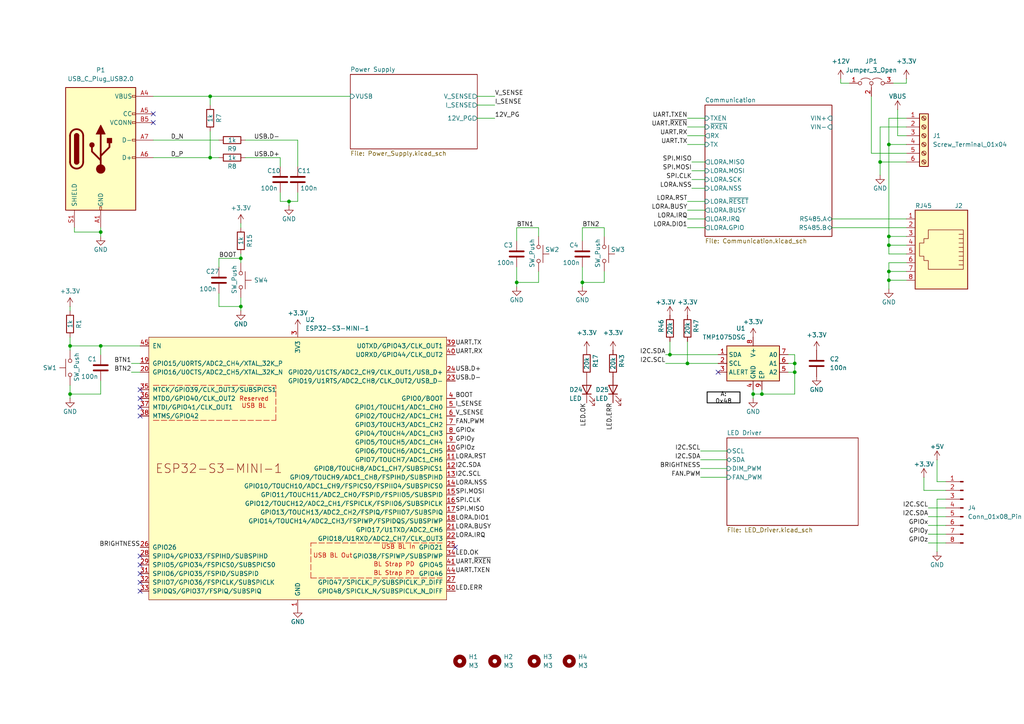
<source format=kicad_sch>
(kicad_sch (version 20231120) (generator "eeschema") (generator_version "8.0")
  (paper "A4")
  (title_block (title "Open-Shot-Clock") (date "2024-11-11") (rev "00") (company "Ravenspark") (comment 1 "Prototype"))
  (lib_symbols
    (symbol "Connector:Conn_01x08_Pin" (pin_names (offset 1.016) hide)
      (property "Reference" "J" (at 0 10.16 0))
      (property "Value" "Conn_01x08_Pin" (at 0 -12.7 0))
      (symbol "Conn_01x08_Pin_1_1"
        (polyline (pts (xy 1.27 -10.16) (xy 0.8636 -10.16)) (stroke (width 0.1524)))
        (polyline (pts (xy 1.27 -7.62) (xy 0.8636 -7.62)) (stroke (width 0.1524)))
        (polyline (pts (xy 1.27 -5.08) (xy 0.8636 -5.08)) (stroke (width 0.1524)))
        (polyline (pts (xy 1.27 -2.54) (xy 0.8636 -2.54)) (stroke (width 0.1524)))
        (polyline (pts (xy 1.27 0) (xy 0.8636 0)) (stroke (width 0.1524)))
        (polyline (pts (xy 1.27 2.54) (xy 0.8636 2.54)) (stroke (width 0.1524)))
        (polyline (pts (xy 1.27 5.08) (xy 0.8636 5.08)) (stroke (width 0.1524)))
        (polyline (pts (xy 1.27 7.62) (xy 0.8636 7.62)) (stroke (width 0.1524)))
        (rectangle (start 0.8636 -10.033) (end 0 -10.287) (stroke (width 0.1524)) (fill (type outline)))
        (rectangle (start 0.8636 -7.493) (end 0 -7.747) (stroke (width 0.1524)) (fill (type outline)))
        (rectangle (start 0.8636 -4.953) (end 0 -5.207) (stroke (width 0.1524)) (fill (type outline)))
        (rectangle (start 0.8636 -2.413) (end 0 -2.667) (stroke (width 0.1524)) (fill (type outline)))
        (rectangle (start 0.8636 0.127) (end 0 -0.127) (stroke (width 0.1524)) (fill (type outline)))
        (rectangle (start 0.8636 2.667) (end 0 2.413) (stroke (width 0.1524)) (fill (type outline)))
        (rectangle (start 0.8636 5.207) (end 0 4.953) (stroke (width 0.1524)) (fill (type outline)))
        (rectangle (start 0.8636 7.747) (end 0 7.493) (stroke (width 0.1524)) (fill (type outline)))
        (pin passive line (at 5.08 7.62 180) (length 3.81) (name "Pin_1") (number "1"))
        (pin passive line (at 5.08 5.08 180) (length 3.81) (name "Pin_2") (number "2"))
        (pin passive line (at 5.08 2.54 180) (length 3.81) (name "Pin_3") (number "3"))
        (pin passive line (at 5.08 0 180) (length 3.81) (name "Pin_4") (number "4"))
        (pin passive line (at 5.08 -2.54 180) (length 3.81) (name "Pin_5") (number "5"))
        (pin passive line (at 5.08 -5.08 180) (length 3.81) (name "Pin_6") (number "6"))
        (pin passive line (at 5.08 -7.62 180) (length 3.81) (name "Pin_7") (number "7"))
        (pin passive line (at 5.08 -10.16 180) (length 3.81) (name "Pin_8") (number "8"))
      )
    )
    (symbol "Connector:RJ45" (pin_names (offset 1.016))
      (property "Reference" "J" (at -5.08 13.97 0))
      (property "Value" "RJ45" (at 2.54 13.97 0))
      (symbol "RJ45_0_1"
        (polyline (pts (xy -5.08 4.445) (xy -6.35 4.445)))
        (polyline (pts (xy -5.08 5.715) (xy -6.35 5.715)))
        (polyline (pts (xy -6.35 -3.175) (xy -5.08 -3.175) (xy -5.08 -3.175)))
        (polyline (pts (xy -6.35 -1.905) (xy -5.08 -1.905) (xy -5.08 -1.905)))
        (polyline (pts (xy -6.35 -0.635) (xy -5.08 -0.635) (xy -5.08 -0.635)))
        (polyline (pts (xy -6.35 0.635) (xy -5.08 0.635) (xy -5.08 0.635)))
        (polyline (pts (xy -6.35 1.905) (xy -5.08 1.905) (xy -5.08 1.905)))
        (polyline (pts (xy -5.08 3.175) (xy -6.35 3.175) (xy -6.35 3.175)))
        (polyline (pts (xy -6.35 -4.445) (xy -6.35 6.985) (xy 3.81 6.985) (xy 3.81 4.445) (xy 5.08 4.445) (xy 5.08 3.175) (xy 6.35 3.175) (xy 6.35 -0.635) (xy 5.08 -0.635) (xy 5.08 -1.905) (xy 3.81 -1.905) (xy 3.81 -4.445) (xy -6.35 -4.445) (xy -6.35 -4.445)))
        (rectangle (start 7.62 12.7) (end -7.62 -10.16) (stroke (width 0.254)) (fill (type background)))
      )
      (symbol "RJ45_1_1"
        (pin passive line (at 10.16 -7.62 180) (length 2.54) (name "~") (number "1"))
        (pin passive line (at 10.16 -5.08 180) (length 2.54) (name "~") (number "2"))
        (pin passive line (at 10.16 -2.54 180) (length 2.54) (name "~") (number "3"))
        (pin passive line (at 10.16 0 180) (length 2.54) (name "~") (number "4"))
        (pin passive line (at 10.16 2.54 180) (length 2.54) (name "~") (number "5"))
        (pin passive line (at 10.16 5.08 180) (length 2.54) (name "~") (number "6"))
        (pin passive line (at 10.16 7.62 180) (length 2.54) (name "~") (number "7"))
        (pin passive line (at 10.16 10.16 180) (length 2.54) (name "~") (number "8"))
      )
    )
    (symbol "Connector:Screw_Terminal_01x06" (pin_names (offset 1.016) hide)
      (property "Reference" "J" (at 0 7.62 0))
      (property "Value" "Screw_Terminal_01x06" (at 0 -10.16 0))
      (symbol "Screw_Terminal_01x06_1_1"
        (rectangle (start -1.27 6.35) (end 1.27 -8.89) (stroke (width 0.254)) (fill (type background)))
        (circle (center 0 -7.62) (radius 0.635) (stroke (width 0.1524)))
        (circle (center 0 -5.08) (radius 0.635) (stroke (width 0.1524)))
        (circle (center 0 -2.54) (radius 0.635) (stroke (width 0.1524)))
        (polyline (pts (xy -0.5334 -7.2898) (xy 0.3302 -8.128)) (stroke (width 0.1524)))
        (polyline (pts (xy -0.5334 -4.7498) (xy 0.3302 -5.588)) (stroke (width 0.1524)))
        (polyline (pts (xy -0.5334 -2.2098) (xy 0.3302 -3.048)) (stroke (width 0.1524)))
        (polyline (pts (xy -0.5334 0.3302) (xy 0.3302 -0.508)) (stroke (width 0.1524)))
        (polyline (pts (xy -0.5334 2.8702) (xy 0.3302 2.032)) (stroke (width 0.1524)))
        (polyline (pts (xy -0.5334 5.4102) (xy 0.3302 4.572)) (stroke (width 0.1524)))
        (polyline (pts (xy -0.3556 -7.112) (xy 0.508 -7.9502)) (stroke (width 0.1524)))
        (polyline (pts (xy -0.3556 -4.572) (xy 0.508 -5.4102)) (stroke (width 0.1524)))
        (polyline (pts (xy -0.3556 -2.032) (xy 0.508 -2.8702)) (stroke (width 0.1524)))
        (polyline (pts (xy -0.3556 0.508) (xy 0.508 -0.3302)) (stroke (width 0.1524)))
        (polyline (pts (xy -0.3556 3.048) (xy 0.508 2.2098)) (stroke (width 0.1524)))
        (polyline (pts (xy -0.3556 5.588) (xy 0.508 4.7498)) (stroke (width 0.1524)))
        (circle (center 0 0) (radius 0.635) (stroke (width 0.1524)))
        (circle (center 0 2.54) (radius 0.635) (stroke (width 0.1524)))
        (circle (center 0 5.08) (radius 0.635) (stroke (width 0.1524)))
        (pin passive line (at -5.08 5.08 0) (length 3.81) (name "Pin_1") (number "1"))
        (pin passive line (at -5.08 2.54 0) (length 3.81) (name "Pin_2") (number "2"))
        (pin passive line (at -5.08 0 0) (length 3.81) (name "Pin_3") (number "3"))
        (pin passive line (at -5.08 -2.54 0) (length 3.81) (name "Pin_4") (number "4"))
        (pin passive line (at -5.08 -5.08 0) (length 3.81) (name "Pin_5") (number "5"))
        (pin passive line (at -5.08 -7.62 0) (length 3.81) (name "Pin_6") (number "6"))
      )
    )
    (symbol "Connector:USB_C_Plug_USB2.0" (pin_names (offset 1.016))
      (property "Reference" "P" (at -10.16 19.05 0))
      (property "Value" "USB_C_Plug_USB2.0" (at 12.7 19.05 0))
      (symbol "USB_C_Plug_USB2.0_0_0"
        (rectangle (start -0.254 -17.78) (end 0.254 -16.764))
        (rectangle (start 10.16 -2.286) (end 9.144 -2.794))
        (rectangle (start 10.16 2.794) (end 9.144 2.286))
        (rectangle (start 10.16 7.874) (end 9.144 7.366))
        (rectangle (start 10.16 10.414) (end 9.144 9.906))
        (rectangle (start 10.16 15.494) (end 9.144 14.986))
      )
      (symbol "USB_C_Plug_USB2.0_0_1"
        (rectangle (start -10.16 17.78) (end 10.16 -17.78) (stroke (width 0.254)) (fill (type background)))
        (arc (start -8.89 -3.81) (mid -6.985 -5.7067) (end -5.08 -3.81) (stroke (width 0.508)))
        (arc (start -7.62 -3.81) (mid -6.985 -4.4423) (end -6.35 -3.81) (stroke (width 0.254)))
        (arc (start -7.62 -3.81) (mid -6.985 -4.4423) (end -6.35 -3.81) (stroke (width 0.254)) (fill (type outline)))
        (rectangle (start -7.62 -3.81) (end -6.35 3.81) (stroke (width 0.254)) (fill (type outline)))
        (arc (start -6.35 3.81) (mid -6.985 4.4423) (end -7.62 3.81) (stroke (width 0.254)))
        (arc (start -6.35 3.81) (mid -6.985 4.4423) (end -7.62 3.81) (stroke (width 0.254)) (fill (type outline)))
        (arc (start -5.08 3.81) (mid -6.985 5.7067) (end -8.89 3.81) (stroke (width 0.508)))
        (circle (center -2.54 1.143) (radius 0.635) (stroke (width 0.254)) (fill (type outline)))
        (circle (center 0 -5.842) (radius 1.27) (fill (type outline)))
        (polyline (pts (xy -8.89 -3.81) (xy -8.89 3.81)) (stroke (width 0.508)))
        (polyline (pts (xy -5.08 3.81) (xy -5.08 -3.81)) (stroke (width 0.508)))
        (polyline (pts (xy 0 -5.842) (xy 0 4.318)) (stroke (width 0.508)))
        (polyline (pts (xy 0 -3.302) (xy -2.54 -0.762) (xy -2.54 0.508)) (stroke (width 0.508)))
        (polyline (pts (xy 0 -2.032) (xy 2.54 0.508) (xy 2.54 1.778)) (stroke (width 0.508)))
        (polyline (pts (xy -1.27 4.318) (xy 0 6.858) (xy 1.27 4.318) (xy -1.27 4.318)) (stroke (width 0.254)) (fill (type outline)))
        (rectangle (start 1.905 1.778) (end 3.175 3.048) (stroke (width 0.254)) (fill (type outline)))
      )
      (symbol "USB_C_Plug_USB2.0_1_1"
        (pin passive line (at 0 -22.86 90) (length 5.08) (name "GND") (number "A1"))
        (pin passive line (at 0 -22.86 90) (length 5.08) hide (name "GND") (number "A12"))
        (pin passive line (at 15.24 15.24 180) (length 5.08) (name "VBUS") (number "A4"))
        (pin bidirectional line (at 15.24 10.16 180) (length 5.08) (name "CC") (number "A5"))
        (pin bidirectional line (at 15.24 -2.54 180) (length 5.08) (name "D+") (number "A6"))
        (pin bidirectional line (at 15.24 2.54 180) (length 5.08) (name "D-") (number "A7"))
        (pin passive line (at 15.24 15.24 180) (length 5.08) hide (name "VBUS") (number "A9"))
        (pin passive line (at 0 -22.86 90) (length 5.08) hide (name "GND") (number "B1"))
        (pin passive line (at 0 -22.86 90) (length 5.08) hide (name "GND") (number "B12"))
        (pin passive line (at 15.24 15.24 180) (length 5.08) hide (name "VBUS") (number "B4"))
        (pin bidirectional line (at 15.24 7.62 180) (length 5.08) (name "VCONN") (number "B5"))
        (pin passive line (at 15.24 15.24 180) (length 5.08) hide (name "VBUS") (number "B9"))
        (pin passive line (at -7.62 -22.86 90) (length 5.08) (name "SHIELD") (number "S1"))
      )
    )
    (symbol "Device:C" (pin_numbers hide) (pin_names (offset 0.254))
      (property "Reference" "C" (at 0.635 2.54 0))
      (property "Value" "C" (at 0.635 -2.54 0))
      (symbol "C_0_1"
        (polyline (pts (xy -2.032 -0.762) (xy 2.032 -0.762)) (stroke (width 0.508)))
        (polyline (pts (xy -2.032 0.762) (xy 2.032 0.762)) (stroke (width 0.508)))
      )
      (symbol "C_1_1"
        (pin passive line (at 0 3.81 270) (length 2.794) (name "~") (number "1"))
        (pin passive line (at 0 -3.81 90) (length 2.794) (name "~") (number "2"))
      )
    )
    (symbol "Device:LED" (pin_numbers hide) (pin_names (offset 1.016) hide)
      (property "Reference" "D" (at 0 2.54 0))
      (property "Value" "LED" (at 0 -2.54 0))
      (symbol "LED_0_1"
        (polyline (pts (xy -1.27 -1.27) (xy -1.27 1.27)) (stroke (width 0.254)))
        (polyline (pts (xy -1.27 0) (xy 1.27 0)))
        (polyline (pts (xy 1.27 -1.27) (xy 1.27 1.27) (xy -1.27 0) (xy 1.27 -1.27)) (stroke (width 0.254)))
        (polyline (pts (xy -3.048 -0.762) (xy -4.572 -2.286) (xy -3.81 -2.286) (xy -4.572 -2.286) (xy -4.572 -1.524)))
        (polyline (pts (xy -1.778 -0.762) (xy -3.302 -2.286) (xy -2.54 -2.286) (xy -3.302 -2.286) (xy -3.302 -1.524)))
      )
      (symbol "LED_1_1"
        (pin passive line (at -3.81 0 0) (length 2.54) (name "K") (number "1"))
        (pin passive line (at 3.81 0 180) (length 2.54) (name "A") (number "2"))
      )
    )
    (symbol "Device:R" (pin_numbers hide) (pin_names (offset 0))
      (property "Reference" "R" (at 2.032 0 90))
      (property "Value" "R" (at 0 0 90))
      (symbol "R_0_1"
        (rectangle (start -1.016 -2.54) (end 1.016 2.54) (stroke (width 0.254)))
      )
      (symbol "R_1_1"
        (pin passive line (at 0 3.81 270) (length 1.27) (name "~") (number "1"))
        (pin passive line (at 0 -3.81 90) (length 1.27) (name "~") (number "2"))
      )
    )
    (symbol "Espressif:ESP32-S3-MINI-1" (pin_names (offset 1.016))
      (property "Reference" "U" (at -43.18 43.18 0))
      (property "Value" "ESP32-S3-MINI-1" (at -43.18 40.64 0))
      (symbol "ESP32-S3-MINI-1_0_0"
        (text "ESP32-S3-MINI-1" (at -22.86 0 0) (effects (font (size 2.54 2.54))))
        (pin power_in line (at 0 -40.64 90) (length 2.54) (name "GND") (number "1"))
        (pin bidirectional line (at 45.72 5.08 180) (length 2.54) (name "GPIO6/TOUCH6/ADC1_CH5") (number "10"))
        (pin bidirectional line (at 45.72 2.54 180) (length 2.54) (name "GPIO7/TOUCH7/ADC1_CH6") (number "11"))
        (pin bidirectional line (at 45.72 0 180) (length 2.54) (name "GPIO8/TOUCH8/ADC1_CH7/SUBSPICS1") (number "12"))
        (pin bidirectional line (at 45.72 -2.54 180) (length 2.54) (name "GPIO9/TOUCH9/ADC1_CH8/FSPIHD/SUBSPIHD") (number "13"))
        (pin bidirectional line (at 45.72 -5.08 180) (length 2.54) (name "GPIO10/TOUCH10/ADC1_CH9/FSPICS0/FSPIIO4/SUBSPICS0") (number "14"))
        (pin bidirectional line (at 45.72 -7.62 180) (length 2.54) (name "GPIO11/TOUCH11/ADC2_CH0/FSPID/FSPIIO5/SUBSPID") (number "15"))
        (pin bidirectional line (at 45.72 -10.16 180) (length 2.54) (name "GPIO12/TOUCH12/ADC2_CH1/FSPICLK/FSPIIO6/SUBSPICLK") (number "16"))
        (pin bidirectional line (at 45.72 -12.7 180) (length 2.54) (name "GPIO13/TOUCH13/ADC2_CH2/FSPIQ/FSPIIO7/SUBSPIQ") (number "17"))
        (pin bidirectional line (at 45.72 -15.24 180) (length 2.54) (name "GPIO14/TOUCH14/ADC2_CH3/FSPIWP/FSPIDQS/SUBSPIWP") (number "18"))
        (pin bidirectional line (at -45.72 30.48 0) (length 2.54) (name "GPIO15/U0RTS/ADC2_CH4/XTAL_32K_P") (number "19"))
        (pin passive line (at 0 -40.64 90) (length 2.54) hide (name "GND") (number "2"))
        (pin bidirectional line (at -45.72 27.94 0) (length 2.54) (name "GPIO16/U0CTS/ADC2_CH5/XTAL_32K_N") (number "20"))
        (pin bidirectional line (at 45.72 -17.78 180) (length 2.54) (name "GPIO17/U1TXD/ADC2_CH6") (number "21"))
        (pin bidirectional line (at 45.72 -20.32 180) (length 2.54) (name "GPIO18/U1RXD/ADC2_CH7/CLK_OUT3") (number "22"))
        (pin bidirectional line (at 45.72 25.4 180) (length 2.54) (name "GPIO19/U1RTS/ADC2_CH8/CLK_OUT2/USB_D-") (number "23"))
        (pin bidirectional line (at 45.72 27.94 180) (length 2.54) (name "GPIO20/U1CTS/ADC2_CH9/CLK_OUT1/USB_D+") (number "24"))
        (pin bidirectional line (at 45.72 -22.86 180) (length 2.54) (name "GPIO21") (number "25"))
        (pin bidirectional line (at -45.72 -22.86 0) (length 2.54) (name "GPIO26") (number "26"))
        (pin bidirectional line (at 45.72 -33.02 180) (length 2.54) (name "GPIO47/SPICLK_P/SUBSPICLK_P_DIFF") (number "27"))
        (pin bidirectional line (at -45.72 -25.4 0) (length 2.54) (name "SPIIO4/GPIO33/FSPIHD/SUBSPIHD") (number "28"))
        (pin bidirectional line (at -45.72 -27.94 0) (length 2.54) (name "SPIIO5/GPIO34/FSPICS0/SUBSPICS0") (number "29"))
        (pin power_in line (at 0 40.64 270) (length 2.54) (name "3V3") (number "3"))
        (pin bidirectional line (at 45.72 -35.56 180) (length 2.54) (name "GPIO48/SPICLK_N/SUBSPICLK_N_DIFF") (number "30"))
        (pin bidirectional line (at -45.72 -30.48 0) (length 2.54) (name "SPIIO6/GPIO35/FSPID/SUBSPID") (number "31"))
        (pin bidirectional line (at -45.72 -33.02 0) (length 2.54) (name "SPIIO7/GPIO36/FSPICLK/SUBSPICLK") (number "32"))
        (pin bidirectional line (at -45.72 -35.56 0) (length 2.54) (name "SPIDQS/GPIO37/FSPIQ/SUBSPIQ") (number "33"))
        (pin bidirectional line (at 45.72 -25.4 180) (length 2.54) (name "GPIO38/FSPIWP/SUBSPIWP") (number "34"))
        (pin bidirectional line (at -45.72 22.86 0) (length 2.54) (name "MTCK/GPIO39/CLK_OUT3/SUBSPICS1") (number "35"))
        (pin bidirectional line (at -45.72 20.32 0) (length 2.54) (name "MTDO/GPIO40/CLK_OUT2") (number "36"))
        (pin bidirectional line (at -45.72 17.78 0) (length 2.54) (name "MTDI/GPIO41/CLK_OUT1") (number "37"))
        (pin bidirectional line (at -45.72 15.24 0) (length 2.54) (name "MTMS/GPIO42") (number "38"))
        (pin bidirectional line (at 45.72 35.56 180) (length 2.54) (name "U0TXD/GPIO43/CLK_OUT1") (number "39"))
        (pin bidirectional line (at 45.72 20.32 180) (length 2.54) (name "GPIO0/BOOT") (number "4"))
        (pin bidirectional line (at 45.72 33.02 180) (length 2.54) (name "U0RXD/GPIO44/CLK_OUT2") (number "40"))
        (pin bidirectional line (at 45.72 -27.94 180) (length 2.54) (name "GPIO45") (number "41"))
        (pin passive line (at 0 -40.64 90) (length 2.54) hide (name "GND") (number "42"))
        (pin passive line (at 0 -40.64 90) (length 2.54) hide (name "GND") (number "43"))
        (pin bidirectional line (at 45.72 -30.48 180) (length 2.54) (name "GPIO46") (number "44"))
        (pin input line (at -45.72 35.56 0) (length 2.54) (name "EN") (number "45"))
        (pin passive line (at 0 -40.64 90) (length 2.54) hide (name "GND") (number "46"))
        (pin passive line (at 0 -40.64 90) (length 2.54) hide (name "GND") (number "47"))
        (pin passive line (at 0 -40.64 90) (length 2.54) hide (name "GND") (number "48"))
        (pin passive line (at 0 -40.64 90) (length 2.54) hide (name "GND") (number "49"))
        (pin bidirectional line (at 45.72 17.78 180) (length 2.54) (name "GPIO1/TOUCH1/ADC1_CH0") (number "5"))
        (pin passive line (at 0 -40.64 90) (length 2.54) hide (name "GND") (number "50"))
        (pin passive line (at 0 -40.64 90) (length 2.54) hide (name "GND") (number "51"))
        (pin passive line (at 0 -40.64 90) (length 2.54) hide (name "GND") (number "52"))
        (pin passive line (at 0 -40.64 90) (length 2.54) hide (name "GND") (number "53"))
        (pin passive line (at 0 -40.64 90) (length 2.54) hide (name "GND") (number "54"))
        (pin passive line (at 0 -40.64 90) (length 2.54) hide (name "GND") (number "55"))
        (pin passive line (at 0 -40.64 90) (length 2.54) hide (name "GND") (number "56"))
        (pin passive line (at 0 -40.64 90) (length 2.54) hide (name "GND") (number "57"))
        (pin passive line (at 0 -40.64 90) (length 2.54) hide (name "GND") (number "58"))
        (pin passive line (at 0 -40.64 90) (length 2.54) hide (name "GND") (number "59"))
        (pin bidirectional line (at 45.72 15.24 180) (length 2.54) (name "GPIO2/TOUCH2/ADC1_CH1") (number "6"))
        (pin passive line (at 0 -40.64 90) (length 2.54) hide (name "GND") (number "60"))
        (pin passive line (at 0 -40.64 90) (length 2.54) hide (name "GND") (number "61"))
        (pin passive line (at 0 -40.64 90) (length 2.54) hide (name "GND") (number "62"))
        (pin passive line (at 0 -40.64 90) (length 2.54) hide (name "GND") (number "63"))
        (pin passive line (at 0 -40.64 90) (length 2.54) hide (name "GND") (number "64"))
        (pin passive line (at 0 -40.64 90) (length 2.54) hide (name "GND") (number "65"))
        (pin bidirectional line (at 45.72 12.7 180) (length 2.54) (name "GPIO3/TOUCH3/ADC1_CH2") (number "7"))
        (pin bidirectional line (at 45.72 10.16 180) (length 2.54) (name "GPIO4/TOUCH4/ADC1_CH3") (number "8"))
        (pin bidirectional line (at 45.72 7.62 180) (length 2.54) (name "GPIO5/TOUCH5/ADC1_CH4") (number "9"))
      )
      (symbol "ESP32-S3-MINI-1_0_1"
        (rectangle (start -43.18 38.1) (end 43.18 -38.1) (fill (type background)))
      )
    )
    (symbol "Jumper:Jumper_3_Open" (pin_names (offset 0) hide) (exclude_from_sim yes) (in_bom no)
      (property "Reference" "JP" (at -2.54 -2.54 0))
      (property "Value" "Jumper_3_Open" (at 0 2.794 0))
      (symbol "Jumper_3_Open_0_0"
        (circle (center -3.302 0) (radius 0.508))
        (circle (center 0 0) (radius 0.508))
        (circle (center 3.302 0) (radius 0.508))
      )
      (symbol "Jumper_3_Open_0_1"
        (arc (start -0.254 1.016) (mid -1.651 1.4992) (end -3.048 1.016))
        (polyline (pts (xy 0 -0.508) (xy 0 -1.27)))
        (arc (start 3.048 1.016) (mid 1.651 1.4992) (end 0.254 1.016))
      )
      (symbol "Jumper_3_Open_1_1"
        (pin passive line (at -6.35 0 0) (length 2.54) (name "A") (number "1"))
        (pin passive line (at 0 -3.81 90) (length 2.54) (name "C") (number "2"))
        (pin passive line (at 6.35 0 180) (length 2.54) (name "B") (number "3"))
      )
    )
    (symbol "Mechanical:MountingHole" (pin_names (offset 1.016)) (exclude_from_sim yes) (in_bom no)
      (property "Reference" "H" (at 0 5.08 0))
      (property "Value" "MountingHole" (at 0 3.175 0))
      (symbol "MountingHole_0_1"
        (circle (center 0 0) (radius 1.27) (stroke (width 1.27)))
      )
    )
    (symbol "Sensor_Temperature:TMP1075DSG"
      (property "Reference" "U" (at -6.35 6.35 0))
      (property "Value" "TMP1075DSG" (at 6.35 6.35 0))
      (symbol "TMP1075DSG_0_1"
        (rectangle (start -7.62 5.08) (end 7.62 -5.08) (stroke (width 0.254)) (fill (type background)))
      )
      (symbol "TMP1075DSG_1_1"
        (pin bidirectional line (at 10.16 2.54 180) (length 2.54) (name "SDA") (number "1"))
        (pin input line (at 10.16 0 180) (length 2.54) (name "SCL") (number "2"))
        (pin open_collector line (at 10.16 -2.54 180) (length 2.54) (name "ALERT") (number "3"))
        (pin power_in line (at 0 -7.62 90) (length 2.54) (name "GND") (number "4"))
        (pin input line (at -10.16 -2.54 0) (length 2.54) (name "A2") (number "5"))
        (pin input line (at -10.16 0 0) (length 2.54) (name "A1") (number "6"))
        (pin input line (at -10.16 2.54 0) (length 2.54) (name "A0") (number "7"))
        (pin power_in line (at 0 7.62 270) (length 2.54) (name "V+") (number "8"))
        (pin passive line (at -2.54 -7.62 90) (length 2.54) (name "EP") (number "9"))
      )
    )
    (symbol "Switch:SW_Push" (pin_numbers hide) (pin_names (offset 1.016) hide)
      (property "Reference" "SW" (at 1.27 2.54 0))
      (property "Value" "SW_Push" (at 0 -1.524 0))
      (symbol "SW_Push_0_1"
        (circle (center -2.032 0) (radius 0.508))
        (polyline (pts (xy 0 1.27) (xy 0 3.048)))
        (polyline (pts (xy 2.54 1.27) (xy -2.54 1.27)))
        (circle (center 2.032 0) (radius 0.508))
        (pin passive line (at -5.08 0 0) (length 2.54) (name "1") (number "1"))
        (pin passive line (at 5.08 0 180) (length 2.54) (name "2") (number "2"))
      )
    )
    (symbol "power:+12V" (power) (pin_numbers hide) (pin_names (offset 0) hide)
      (property "Value" "+12V" (at 0 3.556 0))
      (symbol "+12V_0_1"
        (polyline (pts (xy -0.762 1.27) (xy 0 2.54)))
        (polyline (pts (xy 0 0) (xy 0 2.54)))
        (polyline (pts (xy 0 2.54) (xy 0.762 1.27)))
      )
      (symbol "+12V_1_1"
        (pin power_in line (at 0 0 90) (length 0) (name "~") (number "1"))
      )
    )
    (symbol "power:+3.3V" (power) (pin_numbers hide) (pin_names (offset 0) hide)
      (property "Value" "+3.3V" (at 0 3.556 0))
      (symbol "+3.3V_0_1"
        (polyline (pts (xy -0.762 1.27) (xy 0 2.54)))
        (polyline (pts (xy 0 0) (xy 0 2.54)))
        (polyline (pts (xy 0 2.54) (xy 0.762 1.27)))
      )
      (symbol "+3.3V_1_1"
        (pin power_in line (at 0 0 90) (length 0) (name "~") (number "1"))
      )
    )
    (symbol "power:+5V" (power) (pin_numbers hide) (pin_names (offset 0) hide)
      (property "Value" "+5V" (at 0 3.556 0))
      (symbol "+5V_0_1"
        (polyline (pts (xy -0.762 1.27) (xy 0 2.54)))
        (polyline (pts (xy 0 0) (xy 0 2.54)))
        (polyline (pts (xy 0 2.54) (xy 0.762 1.27)))
      )
      (symbol "+5V_1_1"
        (pin power_in line (at 0 0 90) (length 0) (name "~") (number "1"))
      )
    )
    (symbol "power:GND" (power) (pin_numbers hide) (pin_names (offset 0) hide)
      (property "Value" "GND" (at 0 -3.81 0))
      (symbol "GND_0_1"
        (polyline (pts (xy 0 0) (xy 0 -1.27) (xy 1.27 -1.27) (xy 0 -2.54) (xy -1.27 -1.27) (xy 0 -1.27)))
      )
      (symbol "GND_1_1"
        (pin power_in line (at 0 0 270) (length 0) (name "~") (number "1"))
      )
    )
    (symbol "power:VBUS" (power) (pin_numbers hide) (pin_names (offset 0) hide)
      (property "Value" "VBUS" (at 0 3.556 0))
      (symbol "VBUS_0_1"
        (polyline (pts (xy -0.762 1.27) (xy 0 2.54)))
        (polyline (pts (xy 0 0) (xy 0 2.54)))
        (polyline (pts (xy 0 2.54) (xy 0.762 1.27)))
      )
      (symbol "VBUS_1_1"
        (pin power_in line (at 0 0 90) (length 0) (name "~") (number "1"))
      )
    )
  )
  (junction (at 149.86 81.915))
  (junction (at 255.27 46.99))
  (junction (at 29.21 67.31))
  (junction (at 257.81 78.74))
  (junction (at 29.21 100.33))
  (junction (at 194.31 102.87))
  (junction (at 230.505 105.41))
  (junction (at 218.44 114.3))
  (junction (at 20.32 114.3))
  (junction (at 83.82 58.42))
  (junction (at 220.98 114.3))
  (junction (at 257.81 71.12))
  (junction (at 60.96 45.72))
  (junction (at 69.85 88.9))
  (junction (at 69.85 74.93))
  (junction (at 257.81 81.28))
  (junction (at 230.505 107.95))
  (junction (at 168.91 81.915))
  (junction (at 257.81 68.58))
  (junction (at 257.81 41.91))
  (junction (at 60.96 27.94))
  (junction (at 199.39 105.41))
  (junction (at 20.32 100.33))
  (no_connect (at 208.28 107.95))
  (no_connect (at 40.64 168.91))
  (no_connect (at 40.64 163.83))
  (no_connect (at 40.64 171.45))
  (no_connect (at 40.64 113.03))
  (no_connect (at 40.64 115.57))
  (no_connect (at 44.45 33.02))
  (no_connect (at 40.64 120.65))
  (no_connect (at 44.45 35.56))
  (no_connect (at 40.64 166.37))
  (no_connect (at 40.64 161.29))
  (no_connect (at 132.08 158.75))
  (no_connect (at 40.64 118.11))
  (wire (pts (xy 38.1 105.41) (xy 40.64 105.41)))
  (wire (pts (xy 60.96 27.94) (xy 60.96 30.48)))
  (polyline (pts (xy 44.45 111.76) (xy 80.01 111.76)) (stroke (width 0) (type dash) (color 194 0 0 1)))
  (wire (pts (xy 63.5 77.47) (xy 63.5 74.93)))
  (wire (pts (xy 83.82 58.42) (xy 83.82 59.69)))
  (wire (pts (xy 255.27 46.99) (xy 255.27 50.8)))
  (wire (pts (xy 257.81 68.58) (xy 257.81 71.12)))
  (wire (pts (xy 271.78 144.78) (xy 271.78 160.02)))
  (wire (pts (xy 168.91 69.85) (xy 168.91 66.04)))
  (wire (pts (xy 149.86 66.04) (xy 149.86 69.85)))
  (wire (pts (xy 257.81 76.2) (xy 257.81 78.74)))
  (wire (pts (xy 262.89 39.37) (xy 260.35 39.37)))
  (wire (pts (xy 269.24 147.32) (xy 274.32 147.32)))
  (wire (pts (xy 200.66 49.53) (xy 204.47 49.53)))
  (wire (pts (xy 60.96 27.94) (xy 101.6 27.94)))
  (wire (pts (xy 44.45 40.64) (xy 63.5 40.64)))
  (wire (pts (xy 63.5 88.9) (xy 69.85 88.9)))
  (wire (pts (xy 255.27 36.83) (xy 255.27 46.99)))
  (wire (pts (xy 69.85 86.36) (xy 69.85 88.9)))
  (wire (pts (xy 257.81 41.91) (xy 262.89 41.91)))
  (wire (pts (xy 175.26 78.74) (xy 175.26 81.915)))
  (wire (pts (xy 20.32 100.33) (xy 29.21 100.33)))
  (wire (pts (xy 20.32 101.6) (xy 20.32 100.33)))
  (wire (pts (xy 20.32 114.3) (xy 20.32 115.57)))
  (wire (pts (xy 199.39 63.5) (xy 204.47 63.5)))
  (wire (pts (xy 203.2 133.35) (xy 210.82 133.35)))
  (wire (pts (xy 243.84 24.13) (xy 243.84 22.86)))
  (wire (pts (xy 257.81 81.28) (xy 257.81 83.82)))
  (wire (pts (xy 69.85 88.9) (xy 69.85 90.17)))
  (wire (pts (xy 200.66 46.99) (xy 204.47 46.99)))
  (wire (pts (xy 262.89 22.86) (xy 262.89 24.13)))
  (wire (pts (xy 262.89 34.29) (xy 257.81 34.29)))
  (wire (pts (xy 267.97 138.43) (xy 267.97 142.24)))
  (wire (pts (xy 83.82 58.42) (xy 81.28 58.42)))
  (wire (pts (xy 21.59 66.04) (xy 21.59 67.31)))
  (wire (pts (xy 203.2 130.81) (xy 210.82 130.81)))
  (wire (pts (xy 63.5 74.93) (xy 69.85 74.93)))
  (wire (pts (xy 262.89 78.74) (xy 257.81 78.74)))
  (wire (pts (xy 274.32 142.24) (xy 267.97 142.24)))
  (wire (pts (xy 230.505 114.3) (xy 230.505 107.95)))
  (polyline (pts (xy 90.17 157.48) (xy 128.27 157.48)) (stroke (width 0) (type dash) (color 194 0 0 1)))
  (wire (pts (xy 69.85 74.93) (xy 69.85 76.2)))
  (wire (pts (xy 156.21 66.04) (xy 149.86 66.04)))
  (wire (pts (xy 156.21 81.915) (xy 149.86 81.915)))
  (wire (pts (xy 21.59 67.31) (xy 29.21 67.31)))
  (wire (pts (xy 71.12 40.64) (xy 86.36 40.64)))
  (wire (pts (xy 29.21 110.49) (xy 29.21 114.3)))
  (wire (pts (xy 40.64 100.33) (xy 29.21 100.33)))
  (polyline (pts (xy 90.17 167.64) (xy 90.17 157.48)) (stroke (width 0) (type dash) (color 194 0 0 1)))
  (wire (pts (xy 149.86 81.915) (xy 149.86 83.185)))
  (wire (pts (xy 269.24 154.94) (xy 274.32 154.94)))
  (wire (pts (xy 274.32 139.7) (xy 271.78 139.7)))
  (wire (pts (xy 230.505 102.87) (xy 230.505 105.41)))
  (wire (pts (xy 168.91 81.915) (xy 168.91 83.185)))
  (wire (pts (xy 218.44 115.57) (xy 218.44 114.3)))
  (wire (pts (xy 193.04 102.87) (xy 194.31 102.87)))
  (wire (pts (xy 29.21 114.3) (xy 20.32 114.3)))
  (wire (pts (xy 44.45 45.72) (xy 60.96 45.72)))
  (wire (pts (xy 262.89 73.66) (xy 257.81 73.66)))
  (wire (pts (xy 257.81 34.29) (xy 257.81 41.91)))
  (wire (pts (xy 143.51 34.29) (xy 138.43 34.29)))
  (wire (pts (xy 260.35 31.75) (xy 260.35 39.37)))
  (wire (pts (xy 228.6 105.41) (xy 230.505 105.41)))
  (wire (pts (xy 175.26 66.04) (xy 175.26 68.58)))
  (wire (pts (xy 199.39 105.41) (xy 208.28 105.41)))
  (wire (pts (xy 199.39 34.29) (xy 204.47 34.29)))
  (wire (pts (xy 200.66 54.61) (xy 204.47 54.61)))
  (wire (pts (xy 81.28 45.72) (xy 81.28 48.26)))
  (wire (pts (xy 143.51 27.94) (xy 138.43 27.94)))
  (wire (pts (xy 168.91 77.47) (xy 168.91 81.915)))
  (wire (pts (xy 203.2 138.43) (xy 210.82 138.43)))
  (wire (pts (xy 269.24 152.4) (xy 274.32 152.4)))
  (wire (pts (xy 69.85 64.77) (xy 69.85 66.04)))
  (wire (pts (xy 60.96 45.72) (xy 63.5 45.72)))
  (wire (pts (xy 218.44 114.3) (xy 220.98 114.3)))
  (wire (pts (xy 257.81 71.12) (xy 257.81 73.66)))
  (wire (pts (xy 20.32 97.79) (xy 20.32 100.33)))
  (wire (pts (xy 156.21 68.58) (xy 156.21 66.04)))
  (wire (pts (xy 69.85 73.66) (xy 69.85 74.93)))
  (wire (pts (xy 86.36 58.42) (xy 83.82 58.42)))
  (wire (pts (xy 220.98 113.03) (xy 220.98 114.3)))
  (wire (pts (xy 262.89 36.83) (xy 255.27 36.83)))
  (wire (pts (xy 143.51 30.48) (xy 138.43 30.48)))
  (wire (pts (xy 194.31 99.06) (xy 194.31 102.87)))
  (wire (pts (xy 156.21 78.74) (xy 156.21 81.915)))
  (wire (pts (xy 262.89 76.2) (xy 257.81 76.2)))
  (wire (pts (xy 44.45 27.94) (xy 60.96 27.94)))
  (wire (pts (xy 29.21 66.04) (xy 29.21 67.31)))
  (wire (pts (xy 20.32 114.3) (xy 20.32 111.76)))
  (wire (pts (xy 20.32 88.9) (xy 20.32 90.17)))
  (wire (pts (xy 175.26 81.915) (xy 168.91 81.915)))
  (wire (pts (xy 149.86 81.915) (xy 149.86 77.47)))
  (wire (pts (xy 86.36 40.64) (xy 86.36 48.26)))
  (wire (pts (xy 257.81 68.58) (xy 262.89 68.58)))
  (wire (pts (xy 271.78 139.7) (xy 271.78 133.35)))
  (wire (pts (xy 269.24 157.48) (xy 274.32 157.48)))
  (wire (pts (xy 60.96 45.72) (xy 60.96 38.1)))
  (wire (pts (xy 194.31 102.87) (xy 208.28 102.87)))
  (wire (pts (xy 199.39 41.91) (xy 204.47 41.91)))
  (wire (pts (xy 255.27 46.99) (xy 262.89 46.99)))
  (wire (pts (xy 199.39 39.37) (xy 204.47 39.37)))
  (wire (pts (xy 257.81 81.28) (xy 262.89 81.28)))
  (wire (pts (xy 199.39 58.42) (xy 204.47 58.42)))
  (wire (pts (xy 81.28 58.42) (xy 81.28 55.88)))
  (wire (pts (xy 252.73 44.45) (xy 262.89 44.45)))
  (wire (pts (xy 262.89 24.13) (xy 259.08 24.13)))
  (wire (pts (xy 38.1 107.95) (xy 40.64 107.95)))
  (wire (pts (xy 29.21 67.31) (xy 29.21 68.58)))
  (wire (pts (xy 241.3 63.5) (xy 262.89 63.5)))
  (polyline (pts (xy 80.01 121.92) (xy 80.01 111.76)) (stroke (width 0) (type dash) (color 194 0 0 1)))
  (wire (pts (xy 230.505 105.41) (xy 230.505 107.95)))
  (polyline (pts (xy 44.45 121.92) (xy 80.01 121.92)) (stroke (width 0) (type dash) (color 194 0 0 1)))
  (wire (pts (xy 246.38 24.13) (xy 243.84 24.13)))
  (wire (pts (xy 86.36 55.88) (xy 86.36 58.42)))
  (wire (pts (xy 63.5 85.09) (xy 63.5 88.9)))
  (wire (pts (xy 228.6 102.87) (xy 230.505 102.87)))
  (wire (pts (xy 168.91 66.04) (xy 175.26 66.04)))
  (wire (pts (xy 200.66 52.07) (xy 204.47 52.07)))
  (wire (pts (xy 228.6 107.95) (xy 230.505 107.95)))
  (wire (pts (xy 252.73 27.94) (xy 252.73 44.45)))
  (wire (pts (xy 257.81 41.91) (xy 257.81 68.58)))
  (wire (pts (xy 29.21 100.33) (xy 29.21 102.87)))
  (wire (pts (xy 220.98 114.3) (xy 230.505 114.3)))
  (wire (pts (xy 199.39 60.96) (xy 204.47 60.96)))
  (wire (pts (xy 199.39 99.06) (xy 199.39 105.41)))
  (wire (pts (xy 199.39 66.04) (xy 204.47 66.04)))
  (wire (pts (xy 241.3 66.04) (xy 262.89 66.04)))
  (wire (pts (xy 71.12 45.72) (xy 81.28 45.72)))
  (wire (pts (xy 193.04 105.41) (xy 199.39 105.41)))
  (polyline (pts (xy 90.17 167.64) (xy 128.27 167.64)) (stroke (width 0) (type dash) (color 194 0 0 1)))
  (wire (pts (xy 218.44 113.03) (xy 218.44 114.3)))
  (wire (pts (xy 203.2 135.89) (xy 210.82 135.89)))
  (wire (pts (xy 269.24 149.86) (xy 274.32 149.86)))
  (wire (pts (xy 257.81 71.12) (xy 262.89 71.12)))
  (wire (pts (xy 274.32 144.78) (xy 271.78 144.78)))
  (wire (pts (xy 199.39 36.83) (xy 204.47 36.83)))
  (wire (pts (xy 257.81 78.74) (xy 257.81 81.28)))
  (text_box "A: 0x48" (at 205.105 113.665 0) (size 9.525 3.175) (stroke (width 0.254) (color 0 0 0 1)) (effects (font (size 1.27 1.27))))
  (text "BL Strap PD" (at 114.3 166.37 0) (effects (font (size 1.27 1.27))))
  (text "BL Strap PD" (at 114.3 163.83 0) (effects (font (size 1.27 1.27))))
  (text "Reserved\nUSB BL" (at 73.66 116.84 0) (effects (font (size 1.27 1.27))))
  (text "USB BL In" (at 115.57 158.75 0) (effects (font (size 1.27 1.27))))
  (text "USB BL Out" (at 96.52 161.29 0) (effects (font (size 1.27 1.27))))
  (label "USB.D-" (at 132.08 110.49 0))
  (label "GPIOy" (at 269.24 154.94 180))
  (label "USB.D+" (at 132.08 107.95 0))
  (label "SPI.CLK" (at 132.08 146.05 0))
  (label "BTN1" (at 149.86 66.04 0))
  (label "LORA.BUSY" (at 199.39 60.96 180))
  (label "LED.OK" (at 170.18 116.84 270))
  (label "12V_PG" (at 143.51 34.29 0))
  (label "GPIOz" (at 132.08 130.81 0))
  (label "I2C.SCL" (at 132.08 138.43 0))
  (label "LORA.DIO1" (at 199.39 66.04 180))
  (label "UART.TXEN" (at 132.08 166.37 0))
  (label "BOOT" (at 132.08 115.57 0))
  (label "UART.~{RXEN}" (at 132.08 163.83 0))
  (label "GPIOx" (at 132.08 125.73 0))
  (label "LED.ERR" (at 177.8 116.84 270))
  (label "SPI.MISO" (at 200.66 46.99 180))
  (label "V_SENSE" (at 143.51 27.94 0))
  (label "LORA.RST" (at 199.39 58.42 180))
  (label "UART.RX" (at 132.08 102.87 0))
  (label "D_P" (at 49.53 45.72 0))
  (label "UART.TXEN" (at 199.39 34.29 180))
  (label "USB.D-" (at 73.66 40.64 0))
  (label "BRIGHTNESS" (at 40.64 158.75 180))
  (label "LED.ERR" (at 132.08 171.45 0))
  (label "LORA.NSS" (at 200.66 54.61 180))
  (label "GPIOy" (at 132.08 128.27 0))
  (label "I2C.SDA" (at 193.04 102.87 180))
  (label "I2C.SDA" (at 269.24 149.86 180))
  (label "I2C.SDA" (at 203.2 133.35 180))
  (label "LED.OK" (at 132.08 161.29 0))
  (label "UART.~{RXEN}" (at 199.39 36.83 180))
  (label "LORA.IRQ" (at 132.08 156.21 0))
  (label "BRIGHTNESS" (at 203.2 135.89 180))
  (label "SPI.MOSI" (at 200.66 49.53 180))
  (label "GPIOx" (at 269.24 152.4 180))
  (label "GPIOz" (at 269.24 157.48 180))
  (label "SPI.MOSI" (at 132.08 143.51 0))
  (label "BTN2" (at 168.91 66.04 0))
  (label "LORA.BUSY" (at 132.08 153.67 0))
  (label "LORA.DIO1" (at 132.08 151.13 0))
  (label "D_N" (at 49.53 40.64 0))
  (label "FAN.PWM" (at 132.08 123.19 0))
  (label "I2C.SCL" (at 203.2 130.81 180))
  (label "I2C.SCL" (at 269.24 147.32 180))
  (label "SPI.MISO" (at 132.08 148.59 0))
  (label "BTN1" (at 38.1 105.41 180))
  (label "I2C.SDA" (at 132.08 135.89 0))
  (label "LORA.RST" (at 132.08 133.35 0))
  (label "UART.TX" (at 199.39 41.91 180))
  (label "I_SENSE" (at 132.08 118.11 0))
  (label "LORA.IRQ" (at 199.39 63.5 180))
  (label "LORA.NSS" (at 132.08 140.97 0))
  (label "FAN.PWM" (at 203.2 138.43 180))
  (label "UART.RX" (at 199.39 39.37 180))
  (label "V_SENSE" (at 132.08 120.65 0))
  (label "SPI.CLK" (at 200.66 52.07 180))
  (label "UART.TX" (at 132.08 100.33 0))
  (label "I_SENSE" (at 143.51 30.48 0))
  (label "BTN2" (at 38.1 107.95 180))
  (label "USB.D+" (at 73.66 45.72 0))
  (label "BOOT" (at 63.5 74.93 0))
  (label "I2C.SCL" (at 193.04 105.41 180))
  (symbol (lib_id "Mechanical:MountingHole") (at 143.51 191.77 0) (unit 1) (exclude_from_sim yes) (in_bom no)
    (property "Reference" "H2" (at 146.05 190.4999 0) (effects (justify left)))
    (property "Value" "M3" (at 146.05 193.0399 0) (effects (justify left)))
    (property "Footprint" "MountingHole:MountingHole_3.2mm_M3" (effects (hide yes)))
    (property "Description" "Mounting Hole without connection" (effects (hide yes)))
  )
  (symbol (lib_id "Device:LED") (at 170.18 113.03 90) (unit 1)
    (property "Reference" "D24" (at 165.1 113.03 90) (effects (justify right)))
    (property "Value" "LED" (at 165.1 115.57 90) (effects (justify right)))
    (property "Footprint" "LED_SMD:LED_0603_1608Metric" (effects (hide yes)))
    (property "Description" "Light emitting diode" (effects (hide yes)))
  )
  (symbol (lib_id "power:+3.3V") (at 218.44 97.79 0) (unit 1)
    (property "Reference" "#PWR05" (effects (hide yes)))
    (property "Value" "+3.3V" (at 218.44 93.345 0))
    (property "Description" "Power symbol creates a global label with name \"+3.3V\"" (effects (hide yes)))
  )
  (symbol (lib_id "power:+5V") (at 271.78 133.35 0) (unit 1)
    (property "Reference" "#PWR079" (effects (hide yes)))
    (property "Value" "+5V" (at 271.78 129.54 0))
    (property "Description" "Power symbol creates a global label with name \"+5V\"" (effects (hide yes)))
  )
  (symbol (lib_id "power:+12V") (at 243.84 22.86 0) (unit 1)
    (property "Reference" "#PWR08" (effects (hide yes)))
    (property "Value" "+12V" (at 243.84 17.78 0))
    (property "Description" "Power symbol creates a global label with name \"+12V\"" (effects (hide yes)))
  )
  (symbol (lib_id "power:+3.3V") (at 236.855 101.6 0) (unit 1)
    (property "Reference" "#PWR06" (effects (hide yes)))
    (property "Value" "+3.3V" (at 236.855 97.155 0))
    (property "Description" "Power symbol creates a global label with name \"+3.3V\"" (effects (hide yes)))
  )
  (symbol (lib_id "power:+3.3V") (at 20.32 88.9 0) (unit 1)
    (property "Reference" "#PWR082" (effects (hide yes)))
    (property "Value" "+3.3V" (at 20.32 84.455 0))
    (property "Description" "Power symbol creates a global label with name \"+3.3V\"" (effects (hide yes)))
  )
  (symbol (lib_id "power:GND") (at 236.855 109.22 0) (unit 1)
    (property "Reference" "#PWR07" (effects (hide yes)))
    (property "Value" "GND" (at 236.855 113.03 0))
    (property "Description" "Power symbol creates a global label with name \"GND\" , ground" (effects (hide yes)))
  )
  (symbol (lib_id "Switch:SW_Push") (at 175.26 73.66 270) (unit 1)
    (property "Reference" "SW3" (at 177.165 72.39 90) (effects (justify left)))
    (property "Value" "SW_Push" (at 173.355 69.215 0) (effects (justify left)))
    (property "Footprint" "RVNSPRK_Switch:SW_Push_4x3mm" (effects (hide yes)))
    (property "Description" "Push button switch, generic, two pins" (effects (hide yes)))
  )
  (symbol (lib_id "Mechanical:MountingHole") (at 133.35 191.77 0) (unit 1) (exclude_from_sim yes) (in_bom no)
    (property "Reference" "H1" (at 135.89 190.4999 0) (effects (justify left)))
    (property "Value" "M3" (at 135.89 193.0399 0) (effects (justify left)))
    (property "Footprint" "MountingHole:MountingHole_3.2mm_M3" (effects (hide yes)))
    (property "Description" "Mounting Hole without connection" (effects (hide yes)))
  )
  (symbol (lib_id "Connector:RJ45") (at 273.05 71.12 180) (unit 1)
    (property "Reference" "J2" (at 276.86 59.69 0) (effects (justify right)))
    (property "Value" "RJ45" (at 265.43 59.69 0) (effects (justify right)))
    (property "Footprint" "Connector_RJ:RJ45_Amphenol_54602-x08_Horizontal" (effects (hide yes)))
    (property "Description" "RJ connector, 8P8C (8 positions 8 connected)" (effects (hide yes)))
  )
  (symbol (lib_id "power:GND") (at 29.21 68.58 0) (mirror y) (unit 1)
    (property "Reference" "#PWR02" (effects (hide yes)))
    (property "Value" "GND" (at 29.21 72.39 0))
    (property "Description" "Power symbol creates a global label with name \"GND\" , ground" (effects (hide yes)))
  )
  (symbol (lib_id "Connector:Conn_01x08_Pin") (at 279.4 147.32 0) (mirror y) (unit 1)
    (property "Reference" "J4" (at 280.67 147.3199 0) (effects (justify right)))
    (property "Value" "Conn_01x08_Pin" (at 280.67 149.8599 0) (effects (justify right)))
    (property "Footprint" "Connector_PinHeader_2.54mm:PinHeader_1x08_P2.54mm_Vertical" (effects (hide yes)))
    (property "Description" "Generic connector, single row, 01x08, script generated" (effects (hide yes)))
  )
  (symbol (lib_id "power:+3.3V") (at 69.85 64.77 0) (unit 1)
    (property "Reference" "#PWR080" (effects (hide yes)))
    (property "Value" "+3.3V" (at 69.85 60.325 0))
    (property "Description" "Power symbol creates a global label with name \"+3.3V\"" (effects (hide yes)))
  )
  (symbol (lib_id "Device:C") (at 29.21 106.68 0) (unit 1)
    (property "Reference" "C1" (at 25.4 104.14 0) (effects (justify left)))
    (property "Value" "100n" (at 23.495 109.22 0) (effects (justify left)))
    (property "Footprint" "Capacitor_SMD:C_0603_1608Metric" (effects (hide yes)))
    (property "Description" "Unpolarized capacitor" (effects (hide yes)))
  )
  (symbol (lib_id "power:VBUS") (at 260.35 31.75 0) (unit 1)
    (property "Reference" "#PWR036" (effects (hide yes)))
    (property "Value" "VBUS" (at 260.35 27.94 0))
    (property "Description" "Power symbol creates a global label with name \"VBUS\"" (effects (hide yes)))
  )
  (symbol (lib_id "Connector:USB_C_Plug_USB2.0") (at 29.21 43.18 0) (unit 1)
    (property "Reference" "P1" (at 29.21 20.32 0))
    (property "Value" "USB_C_Plug_USB2.0" (at 29.21 22.86 0))
    (property "Footprint" "Connector_USB:USB_C_Receptacle_G-Switch_GT-USB-7010ASV" (effects (hide yes)))
    (property "Datasheet" "https://www.usb.org/sites/default/files/documents/usb_type-c.zip" (effects (hide yes)))
    (property "Description" "USB 2.0-only Type-C Plug connector" (effects (hide yes)))
  )
  (symbol (lib_id "power:GND") (at 255.27 50.8 0) (unit 1)
    (property "Reference" "#PWR011" (effects (hide yes)))
    (property "Value" "GND" (at 255.27 54.61 0))
    (property "Description" "Power symbol creates a global label with name \"GND\" , ground" (effects (hide yes)))
  )
  (symbol (lib_id "Espressif:ESP32-S3-MINI-1") (at 86.36 135.89 0) (unit 1)
    (property "Reference" "U2" (at 88.5541 92.71 0) (effects (justify left)))
    (property "Value" "ESP32-S3-MINI-1" (at 88.5541 95.25 0) (effects (justify left)))
    (property "Footprint" "Espressif:ESP32-S3-MINI-1U" (effects (hide yes)))
    (property "Datasheet" "https://www.espressif.com/sites/default/files/documentation/esp32-s3-mini-1_mini-1u_datasheet_en.pdf" (effects (hide yes)))
    (property "Description" "Smallsized module supporting 2.4 GHz WiFi (802.11 b/g/n) and Bluetooth ® 5 (LE) Built around ESP32S3 series of SoCs, Xtensa ® dualcore 32bit LX7 microprocessor Flash up to 8 MB, optional 2 MB PSRAM in chip package 39 GPIOs, rich set of peripherals Onboard PCB antenna or external antenna connector" (effects (hide yes)))
  )
  (symbol (lib_id "Mechanical:MountingHole") (at 154.94 191.77 0) (unit 1) (exclude_from_sim yes) (in_bom no)
    (property "Reference" "H3" (at 157.48 190.4999 0) (effects (justify left)))
    (property "Value" "M3" (at 157.48 193.0399 0) (effects (justify left)))
    (property "Footprint" "MountingHole:MountingHole_3.2mm_M3" (effects (hide yes)))
    (property "Description" "Mounting Hole without connection" (effects (hide yes)))
  )
  (symbol (lib_id "power:GND") (at 86.36 176.53 0) (unit 1)
    (property "Reference" "#PWR016" (effects (hide yes)))
    (property "Value" "GND" (at 86.36 180.34 0))
    (property "Description" "Power symbol creates a global label with name \"GND\" , ground" (effects (hide yes)))
  )
  (symbol (lib_id "power:+3.3V") (at 177.8 101.6 0) (unit 1)
    (property "Reference" "#PWR040" (effects (hide yes)))
    (property "Value" "+3.3V" (at 177.8 96.52 0))
    (property "Description" "Power symbol creates a global label with name \"+3.3V\"" (effects (hide yes)))
  )
  (symbol (lib_id "Device:C") (at 149.86 73.66 0) (unit 1)
    (property "Reference" "C3" (at 146.05 71.12 0) (effects (justify left)))
    (property "Value" "100n" (at 144.145 76.2 0) (effects (justify left)))
    (property "Footprint" "Capacitor_SMD:C_0603_1608Metric" (effects (hide yes)))
    (property "Description" "Unpolarized capacitor" (effects (hide yes)))
  )
  (symbol (lib_id "Device:R") (at 177.8 105.41 0) (unit 1)
    (property "Reference" "R43" (at 180.34 106.68 90) (effects (justify left)))
    (property "Value" "20k" (at 177.8 105.41 90))
    (property "Footprint" "Resistor_SMD:R_0603_1608Metric" (effects (hide yes)))
    (property "Description" "Resistor" (effects (hide yes)))
  )
  (symbol (lib_id "Device:R") (at 67.31 40.64 270) (unit 1)
    (property "Reference" "R9" (at 67.31 43.18 90))
    (property "Value" "1k" (at 67.31 40.64 90))
    (property "Footprint" "Resistor_SMD:R_0402_1005Metric" (effects (hide yes)))
    (property "Description" "Resistor" (effects (hide yes)))
  )
  (symbol (lib_id "Device:C") (at 86.36 52.07 0) (mirror y) (unit 1)
    (property "Reference" "C11" (at 90.17 49.53 0) (effects (justify left)))
    (property "Value" "100n" (at 92.075 54.61 0) (effects (justify left)))
    (property "Footprint" "Resistor_SMD:R_0402_1005Metric" (effects (hide yes)))
    (property "Description" "Unpolarized capacitor" (effects (hide yes)))
  )
  (symbol (lib_id "power:+3.3V") (at 267.97 138.43 0) (unit 1)
    (property "Reference" "#PWR014" (effects (hide yes)))
    (property "Value" "+3.3V" (at 267.97 134.62 0))
    (property "Description" "Power symbol creates a global label with name \"+3.3V\"" (effects (hide yes)))
  )
  (symbol (lib_id "Device:R") (at 170.18 105.41 0) (unit 1)
    (property "Reference" "R17" (at 172.72 106.68 90) (effects (justify left)))
    (property "Value" "20k" (at 170.18 105.41 90))
    (property "Footprint" "Resistor_SMD:R_0603_1608Metric" (effects (hide yes)))
    (property "Description" "Resistor" (effects (hide yes)))
  )
  (symbol (lib_id "power:GND") (at 271.78 160.02 0) (mirror y) (unit 1)
    (property "Reference" "#PWR015" (effects (hide yes)))
    (property "Value" "GND" (at 271.78 163.83 0))
    (property "Description" "Power symbol creates a global label with name \"GND\" , ground" (effects (hide yes)))
  )
  (symbol (lib_id "Device:LED") (at 177.8 113.03 90) (unit 1)
    (property "Reference" "D25" (at 172.72 113.03 90) (effects (justify right)))
    (property "Value" "LED" (at 172.72 115.57 90) (effects (justify right)))
    (property "Footprint" "LED_SMD:LED_0603_1608Metric" (effects (hide yes)))
    (property "Description" "Light emitting diode" (effects (hide yes)))
  )
  (symbol (lib_id "power:GND") (at 218.44 115.57 0) (mirror y) (unit 1)
    (property "Reference" "#PWR010" (effects (hide yes)))
    (property "Value" "GND" (at 218.44 119.38 0))
    (property "Description" "Power symbol creates a global label with name \"GND\" , ground" (effects (hide yes)))
  )
  (symbol (lib_id "Device:R") (at 60.96 34.29 0) (unit 1)
    (property "Reference" "R7" (at 63.5 34.29 90))
    (property "Value" "1k" (at 60.96 34.29 90))
    (property "Footprint" "Resistor_SMD:R_0603_1608Metric" (effects (hide yes)))
    (property "Description" "Resistor" (effects (hide yes)))
  )
  (symbol (lib_id "Device:R") (at 194.31 95.25 0) (unit 1)
    (property "Reference" "R46" (at 191.77 96.52 90) (effects (justify left)))
    (property "Value" "20k" (at 194.31 95.25 90))
    (property "Footprint" "Resistor_SMD:R_0603_1608Metric" (effects (hide yes)))
    (property "Description" "Resistor" (effects (hide yes)))
  )
  (symbol (lib_id "power:GND") (at 20.32 115.57 0) (mirror y) (unit 1)
    (property "Reference" "#PWR083" (effects (hide yes)))
    (property "Value" "GND" (at 20.32 119.38 0))
    (property "Description" "Power symbol creates a global label with name \"GND\" , ground" (effects (hide yes)))
  )
  (symbol (lib_id "Device:C") (at 63.5 81.28 0) (unit 1)
    (property "Reference" "C27" (at 59.69 78.74 0) (effects (justify left)))
    (property "Value" "100n" (at 57.785 83.82 0) (effects (justify left)))
    (property "Footprint" "Capacitor_SMD:C_0603_1608Metric" (effects (hide yes)))
    (property "Description" "Unpolarized capacitor" (effects (hide yes)))
  )
  (symbol (lib_id "Device:C") (at 81.28 52.07 0) (unit 1)
    (property "Reference" "C10" (at 77.47 49.53 0) (effects (justify left)))
    (property "Value" "100n" (at 75.565 54.61 0) (effects (justify left)))
    (property "Footprint" "Resistor_SMD:R_0402_1005Metric" (effects (hide yes)))
    (property "Description" "Unpolarized capacitor" (effects (hide yes)))
  )
  (symbol (lib_id "power:GND") (at 168.91 83.185 0) (mirror y) (unit 1)
    (property "Reference" "#PWR013" (effects (hide yes)))
    (property "Value" "GND" (at 168.91 86.995 0))
    (property "Description" "Power symbol creates a global label with name \"GND\" , ground" (effects (hide yes)))
  )
  (symbol (lib_id "Device:R") (at 199.39 95.25 0) (unit 1)
    (property "Reference" "R47" (at 201.93 96.52 90) (effects (justify left)))
    (property "Value" "20k" (at 199.39 95.25 90))
    (property "Footprint" "Resistor_SMD:R_0603_1608Metric" (effects (hide yes)))
    (property "Description" "Resistor" (effects (hide yes)))
  )
  (symbol (lib_id "Device:R") (at 69.85 69.85 0) (unit 1)
    (property "Reference" "R15" (at 72.39 69.85 90))
    (property "Value" "1k" (at 69.85 69.85 90))
    (property "Footprint" "Resistor_SMD:R_0603_1608Metric" (effects (hide yes)))
    (property "Description" "Resistor" (effects (hide yes)))
  )
  (symbol (lib_id "Mechanical:MountingHole") (at 165.1 191.77 0) (unit 1) (exclude_from_sim yes) (in_bom no)
    (property "Reference" "H4" (at 167.64 190.4999 0) (effects (justify left)))
    (property "Value" "M3" (at 167.64 193.0399 0) (effects (justify left)))
    (property "Footprint" "MountingHole:MountingHole_3.2mm_M3" (effects (hide yes)))
    (property "Description" "Mounting Hole without connection" (effects (hide yes)))
  )
  (symbol (lib_id "Device:C") (at 236.855 105.41 0) (unit 1)
    (property "Reference" "C2" (at 240.665 104.1399 0) (effects (justify left)))
    (property "Value" "100n" (at 240.665 106.6799 0) (effects (justify left)))
    (property "Footprint" "Capacitor_SMD:C_0603_1608Metric" (effects (hide yes)))
    (property "Description" "Unpolarized capacitor" (effects (hide yes)))
  )
  (symbol (lib_id "Sensor_Temperature:TMP1075DSG") (at 218.44 105.41 0) (mirror y) (unit 1)
    (property "Reference" "U1" (at 216.2459 95.25 0) (effects (justify left)))
    (property "Value" "TMP1075DSG" (at 216.2459 97.79 0) (effects (justify left)))
    (property "Footprint" "Package_SON:WSON-8-1EP_2x2mm_P0.5mm_EP0.9x1.6mm" (effects (hide yes)))
    (property "Datasheet" "https://www.ti.com/lit/gpn/tmp1075" (effects (hide yes)))
    (property "Description" "I2C-bus digital temperature sensor and thermal watchdog, WSON-8" (effects (hide yes)))
  )
  (symbol (lib_id "power:+3.3V") (at 194.31 91.44 0) (unit 1)
    (property "Reference" "#PWR041" (effects (hide yes)))
    (property "Value" "+3.3V" (at 193.04 87.63 0))
    (property "Description" "Power symbol creates a global label with name \"+3.3V\"" (effects (hide yes)))
  )
  (symbol (lib_id "Switch:SW_Push") (at 20.32 106.68 90) (mirror x) (unit 1)
    (property "Reference" "SW1" (at 16.51 106.68 90) (effects (justify left)))
    (property "Value" "SW_Push" (at 22.225 102.235 0) (effects (justify left)))
    (property "Footprint" "RVNSPRK_Switch:SW_Push_4x3mm" (effects (hide yes)))
    (property "Description" "Push button switch, generic, two pins" (effects (hide yes)))
  )
  (symbol (lib_id "power:GND") (at 149.86 83.185 0) (mirror y) (unit 1)
    (property "Reference" "#PWR012" (effects (hide yes)))
    (property "Value" "GND" (at 149.86 86.995 0))
    (property "Description" "Power symbol creates a global label with name \"GND\" , ground" (effects (hide yes)))
  )
  (symbol (lib_id "power:+3.3V") (at 199.39 91.44 0) (unit 1)
    (property "Reference" "#PWR042" (effects (hide yes)))
    (property "Value" "+3.3V" (at 199.39 87.63 0))
    (property "Description" "Power symbol creates a global label with name \"+3.3V\"" (effects (hide yes)))
  )
  (symbol (lib_id "Device:R") (at 20.32 93.98 0) (unit 1)
    (property "Reference" "R1" (at 22.86 93.98 90))
    (property "Value" "1k" (at 20.32 93.98 90))
    (property "Footprint" "Resistor_SMD:R_0603_1608Metric" (effects (hide yes)))
    (property "Description" "Resistor" (effects (hide yes)))
  )
  (symbol (lib_id "power:+3.3V") (at 170.18 101.6 0) (unit 1)
    (property "Reference" "#PWR039" (effects (hide yes)))
    (property "Value" "+3.3V" (at 170.18 96.52 0))
    (property "Description" "Power symbol creates a global label with name \"+3.3V\"" (effects (hide yes)))
  )
  (symbol (lib_id "power:GND") (at 69.85 90.17 0) (mirror y) (unit 1)
    (property "Reference" "#PWR081" (effects (hide yes)))
    (property "Value" "GND" (at 69.85 93.98 0))
    (property "Description" "Power symbol creates a global label with name \"GND\" , ground" (effects (hide yes)))
  )
  (symbol (lib_id "power:+3.3V") (at 86.36 95.25 0) (unit 1)
    (property "Reference" "#PWR04" (effects (hide yes)))
    (property "Value" "+3.3V" (at 86.36 90.805 0))
    (property "Description" "Power symbol creates a global label with name \"+3.3V\"" (effects (hide yes)))
  )
  (symbol (lib_id "power:+3.3V") (at 262.89 22.86 0) (unit 1)
    (property "Reference" "#PWR09" (effects (hide yes)))
    (property "Value" "+3.3V" (at 262.89 17.78 0))
    (property "Description" "Power symbol creates a global label with name \"+3.3V\"" (effects (hide yes)))
  )
  (symbol (lib_id "power:GND") (at 257.81 83.82 0) (unit 1)
    (property "Reference" "#PWR03" (effects (hide yes)))
    (property "Value" "GND" (at 257.81 87.63 0))
    (property "Description" "Power symbol creates a global label with name \"GND\" , ground" (effects (hide yes)))
  )
  (symbol (lib_id "Connector:Screw_Terminal_01x06") (at 267.97 39.37 0) (unit 1)
    (property "Reference" "J1" (at 270.51 39.3699 0) (effects (justify left)))
    (property "Value" "Screw_Terminal_01x04" (at 270.51 41.9099 0) (effects (justify left)))
    (property "Footprint" "Connector_Phoenix_MC:PhoenixContact_MC_1,5_6-G-3.5_1x06_P3.50mm_Horizontal" (effects (hide yes)))
    (property "Description" "Generic screw terminal, single row, 01x06, script generated (kicad-library-utils/schlib/autogen/connector/)" (effects (hide yes)))
  )
  (symbol (lib_id "Switch:SW_Push") (at 69.85 81.28 270) (unit 1)
    (property "Reference" "SW4" (at 73.66 81.28 90) (effects (justify left)))
    (property "Value" "SW_Push" (at 67.945 76.835 0) (effects (justify left)))
    (property "Footprint" "RVNSPRK_Switch:SW_Push_4x3mm" (effects (hide yes)))
    (property "Description" "Push button switch, generic, two pins" (effects (hide yes)))
  )
  (symbol (lib_id "Jumper:Jumper_3_Open") (at 252.73 24.13 0) (unit 1) (exclude_from_sim yes) (in_bom no)
    (property "Reference" "JP1" (at 252.73 17.78 0))
    (property "Value" "Jumper_3_Open" (at 252.73 20.32 0))
    (property "Footprint" "Connector_PinHeader_2.54mm:PinHeader_1x03_P2.54mm_Vertical" (effects (hide yes)))
    (property "Description" "Jumper, 3-pole, both open" (effects (hide yes)))
  )
  (symbol (lib_id "Switch:SW_Push") (at 156.21 73.66 270) (unit 1)
    (property "Reference" "SW2" (at 158.115 72.39 90) (effects (justify left)))
    (property "Value" "SW_Push" (at 154.305 69.215 0) (effects (justify left)))
    (property "Footprint" "RVNSPRK_Switch:SW_Push_4x3mm" (effects (hide yes)))
    (property "Description" "Push button switch, generic, two pins" (effects (hide yes)))
  )
  (symbol (lib_id "Device:R") (at 67.31 45.72 270) (unit 1)
    (property "Reference" "R8" (at 67.31 48.26 90))
    (property "Value" "1k" (at 67.31 45.72 90))
    (property "Footprint" "Resistor_SMD:R_0402_1005Metric" (effects (hide yes)))
    (property "Description" "Resistor" (effects (hide yes)))
  )
  (symbol (lib_id "Device:C") (at 168.91 73.66 0) (unit 1)
    (property "Reference" "C4" (at 165.1 71.12 0) (effects (justify left)))
    (property "Value" "100n" (at 163.195 76.2 0) (effects (justify left)))
    (property "Footprint" "Capacitor_SMD:C_0603_1608Metric" (effects (hide yes)))
    (property "Description" "Unpolarized capacitor" (effects (hide yes)))
  )
  (symbol (lib_id "power:GND") (at 83.82 59.69 0) (mirror y) (unit 1)
    (property "Reference" "#PWR024" (effects (hide yes)))
    (property "Value" "GND" (at 83.82 63.5 0))
    (property "Description" "Power symbol creates a global label with name \"GND\" , ground" (effects (hide yes)))
  )
  (sheet (at 210.82 127) (size 38.1 25.4) (stroke (width 0.1524))
    (property "Sheetname" "LED Driver" (at 210.82 126.2884 0) (effects (justify left bottom)))
    (property "Sheetfile" "LED_Driver.kicad_sch" (at 210.82 152.9846 0) (effects (justify left top)))
    (pin "SCL" bidirectional (at 210.82 130.81 180))
    (pin "SDA" bidirectional (at 210.82 133.35 180))
    (pin "DIM_PWM" input (at 210.82 135.89 180))
    (pin "FAN_PWM" input (at 210.82 138.43 180))
  )
  (sheet (at 101.6 21.59) (size 36.83 21.59) (stroke (width 0.1524))
    (property "Sheetname" "Power Supply" (at 101.6 20.8784 0) (effects (justify left bottom)))
    (property "Sheetfile" "Power_Supply.kicad_sch" (at 101.6 43.7646 0) (effects (justify left top)))
    (pin "V_SENSE" output (at 138.43 27.94 0))
    (pin "VUSB" input (at 101.6 27.94 180))
    (pin "12V_PG" output (at 138.43 34.29 0))
    (pin "I_SENSE" output (at 138.43 30.48 0))
  )
  (sheet (at 204.47 30.48) (size 36.83 38.1) (stroke (width 0.1524))
    (property "Sheetname" "Communication" (at 204.47 29.7684 0) (effects (justify left bottom)))
    (property "Sheetfile" "Communication.kicad_sch" (at 204.47 69.1646 0) (effects (justify left top)))
    (pin "VIN+" input (at 241.3 34.29 0))
    (pin "RS485.B" bidirectional (at 241.3 66.04 0))
    (pin "VIN-" input (at 241.3 36.83 0))
    (pin "RS485.A" bidirectional (at 241.3 63.5 0))
    (pin "RX" output (at 204.47 39.37 180))
    (pin "~{RXEN}" input (at 204.47 36.83 180))
    (pin "TX" input (at 204.47 41.91 180))
    (pin "TXEN" input (at 204.47 34.29 180))
    (pin "LORA.NSS" input (at 204.47 54.61 180))
    (pin "LORA.MOSI" input (at 204.47 49.53 180))
    (pin "LORA.~{RESET}" input (at 204.47 58.42 180))
    (pin "LORA.SCK" input (at 204.47 52.07 180))
    (pin "LORA.MISO" output (at 204.47 46.99 180))
    (pin "LOAR.IRQ" output (at 204.47 63.5 180))
    (pin "LORA.GPIO" output (at 204.47 66.04 180))
    (pin "LORA.BUSY" output (at 204.47 60.96 180))
  )
)
</source>
